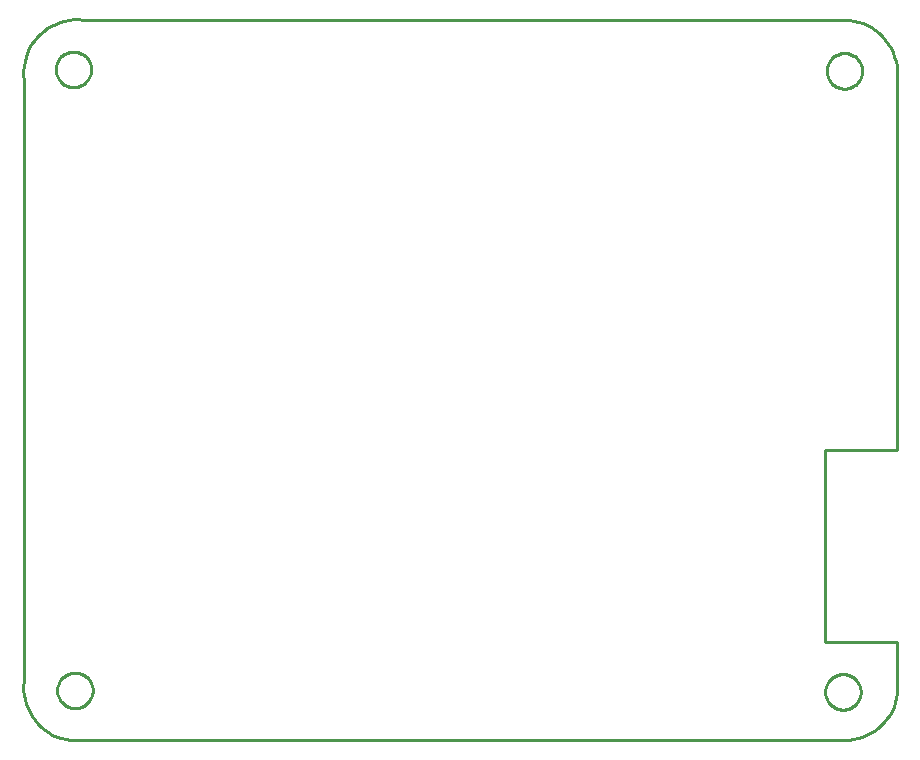
<source format=gbr>
G04 EAGLE Gerber RS-274X export*
G75*
%MOMM*%
%FSLAX34Y34*%
%LPD*%
%IN*%
%IPPOS*%
%AMOC8*
5,1,8,0,0,1.08239X$1,22.5*%
G01*
%ADD10C,0.254000*%


D10*
X0Y50800D02*
X-129Y49821D01*
X-427Y45915D01*
X-384Y41998D01*
X0Y38100D01*
X723Y34250D01*
X1778Y30478D01*
X3158Y26812D01*
X4853Y23280D01*
X6848Y19910D01*
X9130Y16726D01*
X11681Y13753D01*
X14481Y11014D01*
X17509Y8529D01*
X20743Y6318D01*
X24156Y4396D01*
X27724Y2780D01*
X31420Y1481D01*
X35214Y509D01*
X39079Y-129D01*
X42985Y-427D01*
X46902Y-384D01*
X50800Y0D01*
X693420Y0D01*
X694689Y-36D01*
X698512Y77D01*
X702310Y522D01*
X706055Y1298D01*
X709718Y2396D01*
X713272Y3810D01*
X716689Y5528D01*
X719943Y7537D01*
X723009Y9822D01*
X725865Y12366D01*
X728488Y15149D01*
X730859Y18150D01*
X732959Y21346D01*
X734772Y24713D01*
X736285Y28225D01*
X737487Y31856D01*
X738367Y35578D01*
X738919Y39362D01*
X739140Y43180D01*
X739140Y82550D01*
X678180Y82550D01*
X678180Y245110D01*
X739140Y245110D01*
X739140Y558800D01*
X739409Y562804D01*
X739328Y566816D01*
X738897Y570806D01*
X738120Y574744D01*
X737003Y578598D01*
X735555Y582341D01*
X733785Y585943D01*
X731709Y589377D01*
X729341Y592617D01*
X726700Y595638D01*
X723805Y598418D01*
X720679Y600935D01*
X717346Y603170D01*
X713831Y605105D01*
X710160Y606727D01*
X706362Y608023D01*
X702465Y608983D01*
X698500Y609600D01*
X50800Y609600D01*
X49821Y609729D01*
X45915Y610027D01*
X41998Y609984D01*
X38100Y609600D01*
X34250Y608877D01*
X30478Y607822D01*
X26812Y606442D01*
X23280Y604747D01*
X19910Y602752D01*
X16726Y600470D01*
X13753Y597919D01*
X11014Y595119D01*
X8529Y592091D01*
X6318Y588858D01*
X4396Y585444D01*
X2780Y581876D01*
X1481Y578180D01*
X509Y574386D01*
X-129Y570521D01*
X-427Y566615D01*
X-384Y562698D01*
X0Y558800D01*
X0Y50800D01*
X58180Y41374D02*
X58104Y40306D01*
X57951Y39245D01*
X57723Y38198D01*
X57421Y37170D01*
X57047Y36166D01*
X56602Y35191D01*
X56088Y34251D01*
X55509Y33350D01*
X54867Y32492D01*
X54165Y31682D01*
X53408Y30925D01*
X52598Y30223D01*
X51740Y29581D01*
X50839Y29002D01*
X49899Y28488D01*
X48924Y28043D01*
X47920Y27669D01*
X46892Y27367D01*
X45845Y27139D01*
X44784Y26986D01*
X43716Y26910D01*
X42644Y26910D01*
X41576Y26986D01*
X40515Y27139D01*
X39468Y27367D01*
X38440Y27669D01*
X37436Y28043D01*
X36461Y28488D01*
X35521Y29002D01*
X34620Y29581D01*
X33762Y30223D01*
X32952Y30925D01*
X32195Y31682D01*
X31493Y32492D01*
X30851Y33350D01*
X30272Y34251D01*
X29758Y35191D01*
X29313Y36166D01*
X28939Y37170D01*
X28637Y38198D01*
X28409Y39245D01*
X28256Y40306D01*
X28180Y41374D01*
X28180Y42446D01*
X28256Y43514D01*
X28409Y44575D01*
X28637Y45622D01*
X28939Y46650D01*
X29313Y47654D01*
X29758Y48629D01*
X30272Y49569D01*
X30851Y50470D01*
X31493Y51328D01*
X32195Y52138D01*
X32952Y52895D01*
X33762Y53597D01*
X34620Y54239D01*
X35521Y54818D01*
X36461Y55332D01*
X37436Y55777D01*
X38440Y56151D01*
X39468Y56453D01*
X40515Y56681D01*
X41576Y56834D01*
X42644Y56910D01*
X43716Y56910D01*
X44784Y56834D01*
X45845Y56681D01*
X46892Y56453D01*
X47920Y56151D01*
X48924Y55777D01*
X49899Y55332D01*
X50839Y54818D01*
X51740Y54239D01*
X52598Y53597D01*
X53408Y52895D01*
X54165Y52138D01*
X54867Y51328D01*
X55509Y50470D01*
X56088Y49569D01*
X56602Y48629D01*
X57047Y47654D01*
X57421Y46650D01*
X57723Y45622D01*
X57951Y44575D01*
X58104Y43514D01*
X58180Y42446D01*
X58180Y41374D01*
X708420Y40104D02*
X708344Y39036D01*
X708191Y37975D01*
X707963Y36928D01*
X707661Y35900D01*
X707287Y34896D01*
X706842Y33921D01*
X706328Y32981D01*
X705749Y32080D01*
X705107Y31222D01*
X704405Y30412D01*
X703648Y29655D01*
X702838Y28953D01*
X701980Y28311D01*
X701079Y27732D01*
X700139Y27218D01*
X699164Y26773D01*
X698160Y26399D01*
X697132Y26097D01*
X696085Y25869D01*
X695024Y25716D01*
X693956Y25640D01*
X692884Y25640D01*
X691816Y25716D01*
X690755Y25869D01*
X689708Y26097D01*
X688680Y26399D01*
X687676Y26773D01*
X686701Y27218D01*
X685761Y27732D01*
X684860Y28311D01*
X684002Y28953D01*
X683192Y29655D01*
X682435Y30412D01*
X681733Y31222D01*
X681091Y32080D01*
X680512Y32981D01*
X679998Y33921D01*
X679553Y34896D01*
X679179Y35900D01*
X678877Y36928D01*
X678649Y37975D01*
X678496Y39036D01*
X678420Y40104D01*
X678420Y41176D01*
X678496Y42244D01*
X678649Y43305D01*
X678877Y44352D01*
X679179Y45380D01*
X679553Y46384D01*
X679998Y47359D01*
X680512Y48299D01*
X681091Y49200D01*
X681733Y50058D01*
X682435Y50868D01*
X683192Y51625D01*
X684002Y52327D01*
X684860Y52969D01*
X685761Y53548D01*
X686701Y54062D01*
X687676Y54507D01*
X688680Y54881D01*
X689708Y55183D01*
X690755Y55411D01*
X691816Y55564D01*
X692884Y55640D01*
X693956Y55640D01*
X695024Y55564D01*
X696085Y55411D01*
X697132Y55183D01*
X698160Y54881D01*
X699164Y54507D01*
X700139Y54062D01*
X701079Y53548D01*
X701980Y52969D01*
X702838Y52327D01*
X703648Y51625D01*
X704405Y50868D01*
X705107Y50058D01*
X705749Y49200D01*
X706328Y48299D01*
X706842Y47359D01*
X707287Y46384D01*
X707661Y45380D01*
X707963Y44352D01*
X708191Y43305D01*
X708344Y42244D01*
X708420Y41176D01*
X708420Y40104D01*
X56910Y567154D02*
X56834Y566086D01*
X56681Y565025D01*
X56453Y563978D01*
X56151Y562950D01*
X55777Y561946D01*
X55332Y560971D01*
X54818Y560031D01*
X54239Y559130D01*
X53597Y558272D01*
X52895Y557462D01*
X52138Y556705D01*
X51328Y556003D01*
X50470Y555361D01*
X49569Y554782D01*
X48629Y554268D01*
X47654Y553823D01*
X46650Y553449D01*
X45622Y553147D01*
X44575Y552919D01*
X43514Y552766D01*
X42446Y552690D01*
X41374Y552690D01*
X40306Y552766D01*
X39245Y552919D01*
X38198Y553147D01*
X37170Y553449D01*
X36166Y553823D01*
X35191Y554268D01*
X34251Y554782D01*
X33350Y555361D01*
X32492Y556003D01*
X31682Y556705D01*
X30925Y557462D01*
X30223Y558272D01*
X29581Y559130D01*
X29002Y560031D01*
X28488Y560971D01*
X28043Y561946D01*
X27669Y562950D01*
X27367Y563978D01*
X27139Y565025D01*
X26986Y566086D01*
X26910Y567154D01*
X26910Y568226D01*
X26986Y569294D01*
X27139Y570355D01*
X27367Y571402D01*
X27669Y572430D01*
X28043Y573434D01*
X28488Y574409D01*
X29002Y575349D01*
X29581Y576250D01*
X30223Y577108D01*
X30925Y577918D01*
X31682Y578675D01*
X32492Y579377D01*
X33350Y580019D01*
X34251Y580598D01*
X35191Y581112D01*
X36166Y581557D01*
X37170Y581931D01*
X38198Y582233D01*
X39245Y582461D01*
X40306Y582614D01*
X41374Y582690D01*
X42446Y582690D01*
X43514Y582614D01*
X44575Y582461D01*
X45622Y582233D01*
X46650Y581931D01*
X47654Y581557D01*
X48629Y581112D01*
X49569Y580598D01*
X50470Y580019D01*
X51328Y579377D01*
X52138Y578675D01*
X52895Y577918D01*
X53597Y577108D01*
X54239Y576250D01*
X54818Y575349D01*
X55332Y574409D01*
X55777Y573434D01*
X56151Y572430D01*
X56453Y571402D01*
X56681Y570355D01*
X56834Y569294D01*
X56910Y568226D01*
X56910Y567154D01*
X709690Y565884D02*
X709614Y564816D01*
X709461Y563755D01*
X709233Y562708D01*
X708931Y561680D01*
X708557Y560676D01*
X708112Y559701D01*
X707598Y558761D01*
X707019Y557860D01*
X706377Y557002D01*
X705675Y556192D01*
X704918Y555435D01*
X704108Y554733D01*
X703250Y554091D01*
X702349Y553512D01*
X701409Y552998D01*
X700434Y552553D01*
X699430Y552179D01*
X698402Y551877D01*
X697355Y551649D01*
X696294Y551496D01*
X695226Y551420D01*
X694154Y551420D01*
X693086Y551496D01*
X692025Y551649D01*
X690978Y551877D01*
X689950Y552179D01*
X688946Y552553D01*
X687971Y552998D01*
X687031Y553512D01*
X686130Y554091D01*
X685272Y554733D01*
X684462Y555435D01*
X683705Y556192D01*
X683003Y557002D01*
X682361Y557860D01*
X681782Y558761D01*
X681268Y559701D01*
X680823Y560676D01*
X680449Y561680D01*
X680147Y562708D01*
X679919Y563755D01*
X679766Y564816D01*
X679690Y565884D01*
X679690Y566956D01*
X679766Y568024D01*
X679919Y569085D01*
X680147Y570132D01*
X680449Y571160D01*
X680823Y572164D01*
X681268Y573139D01*
X681782Y574079D01*
X682361Y574980D01*
X683003Y575838D01*
X683705Y576648D01*
X684462Y577405D01*
X685272Y578107D01*
X686130Y578749D01*
X687031Y579328D01*
X687971Y579842D01*
X688946Y580287D01*
X689950Y580661D01*
X690978Y580963D01*
X692025Y581191D01*
X693086Y581344D01*
X694154Y581420D01*
X695226Y581420D01*
X696294Y581344D01*
X697355Y581191D01*
X698402Y580963D01*
X699430Y580661D01*
X700434Y580287D01*
X701409Y579842D01*
X702349Y579328D01*
X703250Y578749D01*
X704108Y578107D01*
X704918Y577405D01*
X705675Y576648D01*
X706377Y575838D01*
X707019Y574980D01*
X707598Y574079D01*
X708112Y573139D01*
X708557Y572164D01*
X708931Y571160D01*
X709233Y570132D01*
X709461Y569085D01*
X709614Y568024D01*
X709690Y566956D01*
X709690Y565884D01*
M02*

</source>
